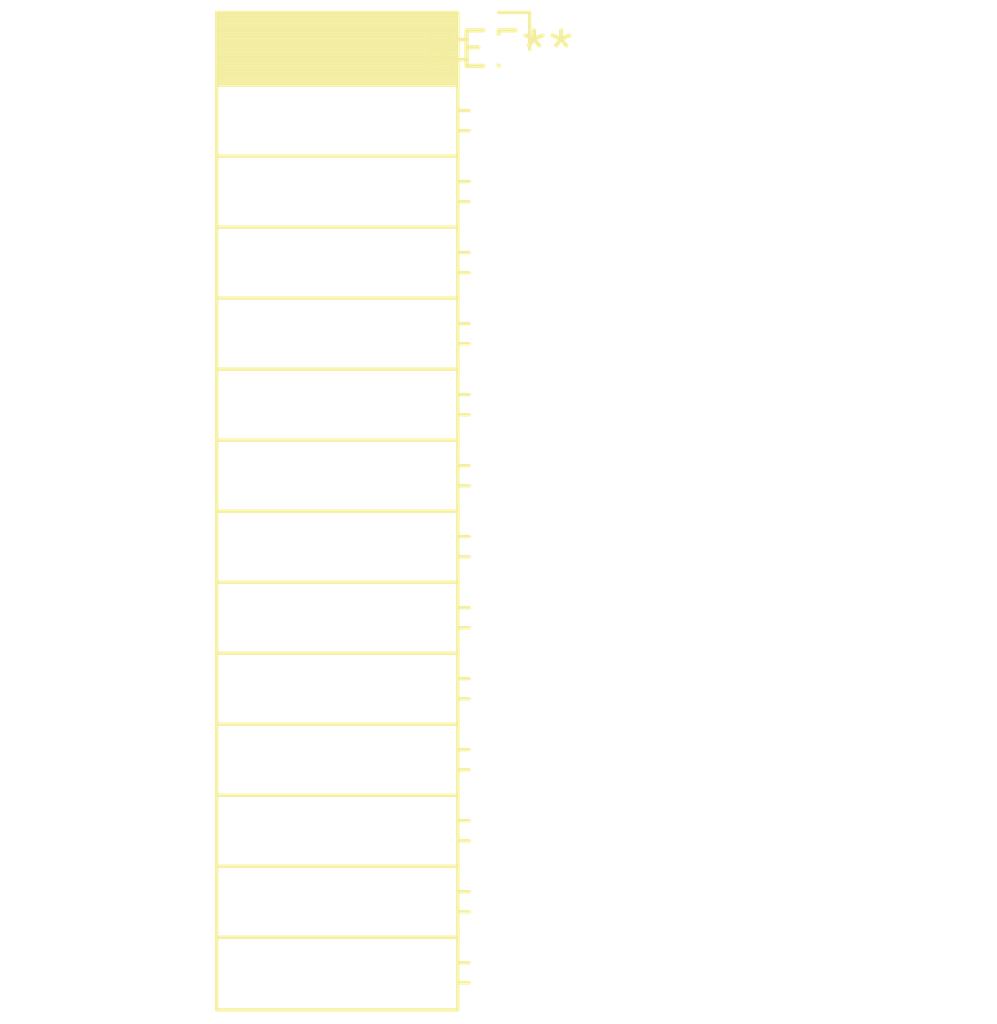
<source format=kicad_pcb>
(kicad_pcb (version 20240108) (generator pcbnew)
  (layers (0 "F.Cu" signal) (31 "B.Cu" signal) (34 "B.Paste" user) (35 "F.Paste" user) (36 "B.SilkS" user "B.Silkscreen") (37 "F.SilkS" user "F.Silkscreen") (38 "B.Mask" user) (39 "F.Mask" user) (44 "Edge.Cuts" user))
  (net 0 "")
  (footprint "PinSocket_1x14_P2.54mm_Horizontal" (layer "F.Cu") (at 0 0)
    (property "Reference" "REF**")
    (property "Value" "PinSocket_1x14_P2.54mm_Horizontal")
    (fp_line (start -10.09 -1.33) (end -10.09 34.35) (layer "F.SilkS") (stroke (width 0.12)))
    (fp_line (start -10.09 -1.33) (end -1.46 -1.33) (layer "F.SilkS") (stroke (width 0.12)))
    (fp_line (start -10.09 -1.21) (end -1.46 -1.21) (layer "F.SilkS") (stroke (width 0.12)))
    (fp_line (start -10.09 -1.091905) (end -1.46 -1.091905) (layer "F.SilkS") (stroke (width 0.12)))
    (fp_line (start -10.09 -0.97381) (end -1.46 -0.97381) (layer "F.SilkS") (stroke (width 0.12)))
    (fp_line (start -10.09 -0.855715) (end -1.46 -0.855715) (layer "F.SilkS") (stroke (width 0.12)))
    (fp_line (start -10.09 -0.73762) (end -1.46 -0.73762) (layer "F.SilkS") (stroke (width 0.12)))
    (fp_line (start -10.09 -0.619525) (end -1.46 -0.619525) (layer "F.SilkS") (stroke (width 0.12)))
    (fp_line (start -10.09 -0.50143) (end -1.46 -0.50143) (layer "F.SilkS") (stroke (width 0.12)))
    (fp_line (start -10.09 -0.383335) (end -1.46 -0.383335) (layer "F.SilkS") (stroke (width 0.12)))
    (fp_line (start -10.09 -0.26524) (end -1.46 -0.26524) (layer "F.SilkS") (stroke (width 0.12)))
    (fp_line (start -10.09 -0.147145) (end -1.46 -0.147145) (layer "F.SilkS") (stroke (width 0.12)))
    (fp_line (start -10.09 -0.02905) (end -1.46 -0.02905) (layer "F.SilkS") (stroke (width 0.12)))
    (fp_line (start -10.09 0.089045) (end -1.46 0.089045) (layer "F.SilkS") (stroke (width 0.12)))
    (fp_line (start -10.09 0.20714) (end -1.46 0.20714) (layer "F.SilkS") (stroke (width 0.12)))
    (fp_line (start -10.09 0.325235) (end -1.46 0.325235) (layer "F.SilkS") (stroke (width 0.12)))
    (fp_line (start -10.09 0.44333) (end -1.46 0.44333) (layer "F.SilkS") (stroke (width 0.12)))
    (fp_line (start -10.09 0.561425) (end -1.46 0.561425) (layer "F.SilkS") (stroke (width 0.12)))
    (fp_line (start -10.09 0.67952) (end -1.46 0.67952) (layer "F.SilkS") (stroke (width 0.12)))
    (fp_line (start -10.09 0.797615) (end -1.46 0.797615) (layer "F.SilkS") (stroke (width 0.12)))
    (fp_line (start -10.09 0.91571) (end -1.46 0.91571) (layer "F.SilkS") (stroke (width 0.12)))
    (fp_line (start -10.09 1.033805) (end -1.46 1.033805) (layer "F.SilkS") (stroke (width 0.12)))
    (fp_line (start -10.09 1.1519) (end -1.46 1.1519) (layer "F.SilkS") (stroke (width 0.12)))
    (fp_line (start -10.09 1.27) (end -1.46 1.27) (layer "F.SilkS") (stroke (width 0.12)))
    (fp_line (start -10.09 3.81) (end -1.46 3.81) (layer "F.SilkS") (stroke (width 0.12)))
    (fp_line (start -10.09 6.35) (end -1.46 6.35) (layer "F.SilkS") (stroke (width 0.12)))
    (fp_line (start -10.09 8.89) (end -1.46 8.89) (layer "F.SilkS") (stroke (width 0.12)))
    (fp_line (start -10.09 11.43) (end -1.46 11.43) (layer "F.SilkS") (stroke (width 0.12)))
    (fp_line (start -10.09 13.97) (end -1.46 13.97) (layer "F.SilkS") (stroke (width 0.12)))
    (fp_line (start -10.09 16.51) (end -1.46 16.51) (layer "F.SilkS") (stroke (width 0.12)))
    (fp_line (start -10.09 19.05) (end -1.46 19.05) (layer "F.SilkS") (stroke (width 0.12)))
    (fp_line (start -10.09 21.59) (end -1.46 21.59) (layer "F.SilkS") (stroke (width 0.12)))
    (fp_line (start -10.09 24.13) (end -1.46 24.13) (layer "F.SilkS") (stroke (width 0.12)))
    (fp_line (start -10.09 26.67) (end -1.46 26.67) (layer "F.SilkS") (stroke (width 0.12)))
    (fp_line (start -10.09 29.21) (end -1.46 29.21) (layer "F.SilkS") (stroke (width 0.12)))
    (fp_line (start -10.09 31.75) (end -1.46 31.75) (layer "F.SilkS") (stroke (width 0.12)))
    (fp_line (start -10.09 34.35) (end -1.46 34.35) (layer "F.SilkS") (stroke (width 0.12)))
    (fp_line (start -1.46 -1.33) (end -1.46 34.35) (layer "F.SilkS") (stroke (width 0.12)))
    (fp_line (start -1.46 -0.36) (end -1.11 -0.36) (layer "F.SilkS") (stroke (width 0.12)))
    (fp_line (start -1.46 0.36) (end -1.11 0.36) (layer "F.SilkS") (stroke (width 0.12)))
    (fp_line (start -1.46 2.18) (end -1.05 2.18) (layer "F.SilkS") (stroke (width 0.12)))
    (fp_line (start -1.46 2.9) (end -1.05 2.9) (layer "F.SilkS") (stroke (width 0.12)))
    (fp_line (start -1.46 4.72) (end -1.05 4.72) (layer "F.SilkS") (stroke (width 0.12)))
    (fp_line (start -1.46 5.44) (end -1.05 5.44) (layer "F.SilkS") (stroke (width 0.12)))
    (fp_line (start -1.46 7.26) (end -1.05 7.26) (layer "F.SilkS") (stroke (width 0.12)))
    (fp_line (start -1.46 7.98) (end -1.05 7.98) (layer "F.SilkS") (stroke (width 0.12)))
    (fp_line (start -1.46 9.8) (end -1.05 9.8) (layer "F.SilkS") (stroke (width 0.12)))
    (fp_line (start -1.46 10.52) (end -1.05 10.52) (layer "F.SilkS") (stroke (width 0.12)))
    (fp_line (start -1.46 12.34) (end -1.05 12.34) (layer "F.SilkS") (stroke (width 0.12)))
    (fp_line (start -1.46 13.06) (end -1.05 13.06) (layer "F.SilkS") (stroke (width 0.12)))
    (fp_line (start -1.46 14.88) (end -1.05 14.88) (layer "F.SilkS") (stroke (width 0.12)))
    (fp_line (start -1.46 15.6) (end -1.05 15.6) (layer "F.SilkS") (stroke (width 0.12)))
    (fp_line (start -1.46 17.42) (end -1.05 17.42) (layer "F.SilkS") (stroke (width 0.12)))
    (fp_line (start -1.46 18.14) (end -1.05 18.14) (layer "F.SilkS") (stroke (width 0.12)))
    (fp_line (start -1.46 19.96) (end -1.05 19.96) (layer "F.SilkS") (stroke (width 0.12)))
    (fp_line (start -1.46 20.68) (end -1.05 20.68) (layer "F.SilkS") (stroke (width 0.12)))
    (fp_line (start -1.46 22.5) (end -1.05 22.5) (layer "F.SilkS") (stroke (width 0.12)))
    (fp_line (start -1.46 23.22) (end -1.05 23.22) (layer "F.SilkS") (stroke (width 0.12)))
    (fp_line (start -1.46 25.04) (end -1.05 25.04) (layer "F.SilkS") (stroke (width 0.12)))
    (fp_line (start -1.46 25.76) (end -1.05 25.76) (layer "F.SilkS") (stroke (width 0.12)))
    (fp_line (start -1.46 27.58) (end -1.05 27.58) (layer "F.SilkS") (stroke (width 0.12)))
    (fp_line (start -1.46 28.3) (end -1.05 28.3) (layer "F.SilkS") (stroke (width 0.12)))
    (fp_line (start -1.46 30.12) (end -1.05 30.12) (layer "F.SilkS") (stroke (width 0.12)))
    (fp_line (start -1.46 30.84) (end -1.05 30.84) (layer "F.SilkS") (stroke (width 0.12)))
    (fp_line (start -1.46 32.66) (end -1.05 32.66) (layer "F.SilkS") (stroke (width 0.12)))
    (fp_line (start -1.46 33.38) (end -1.05 33.38) (layer "F.SilkS") (stroke (width 0.12)))
    (fp_line (start 0 -1.33) (end 1.11 -1.33) (layer "F.SilkS") (stroke (width 0.12)))
    (fp_line (start 1.11 -1.33) (end 1.11 0) (layer "F.SilkS") (stroke (width 0.12)))
    (pad "1" thru_hole rect (at 0 0) (size 1.7 1.7) (drill 1) (layers *.Cu *.Mask) (remove_unused_layers))
    (pad "2" thru_hole oval (at 0 2.54) (size 1.7 1.7) (drill 1) (layers *.Cu *.Mask) (remove_unused_layers))
    (pad "3" thru_hole oval (at 0 5.08) (size 1.7 1.7) (drill 1) (layers *.Cu *.Mask) (remove_unused_layers))
    (pad "4" thru_hole oval (at 0 7.62) (size 1.7 1.7) (drill 1) (layers *.Cu *.Mask) (remove_unused_layers))
    (pad "5" thru_hole oval (at 0 10.16) (size 1.7 1.7) (drill 1) (layers *.Cu *.Mask) (remove_unused_layers))
    (pad "6" thru_hole oval (at 0 12.7) (size 1.7 1.7) (drill 1) (layers *.Cu *.Mask) (remove_unused_layers))
    (pad "7" thru_hole oval (at 0 15.24) (size 1.7 1.7) (drill 1) (layers *.Cu *.Mask) (remove_unused_layers))
    (pad "8" thru_hole oval (at 0 17.78) (size 1.7 1.7) (drill 1) (layers *.Cu *.Mask) (remove_unused_layers))
    (pad "9" thru_hole oval (at 0 20.32) (size 1.7 1.7) (drill 1) (layers *.Cu *.Mask) (remove_unused_layers))
    (pad "10" thru_hole oval (at 0 22.86) (size 1.7 1.7) (drill 1) (layers *.Cu *.Mask) (remove_unused_layers))
    (pad "11" thru_hole oval (at 0 25.4) (size 1.7 1.7) (drill 1) (layers *.Cu *.Mask) (remove_unused_layers))
    (pad "12" thru_hole oval (at 0 27.94) (size 1.7 1.7) (drill 1) (layers *.Cu *.Mask) (remove_unused_layers))
    (pad "13" thru_hole oval (at 0 30.48) (size 1.7 1.7) (drill 1) (layers *.Cu *.Mask) (remove_unused_layers))
    (pad "14" thru_hole oval (at 0 33.02) (size 1.7 1.7) (drill 1) (layers *.Cu *.Mask) (remove_unused_layers))
  )
)
</source>
